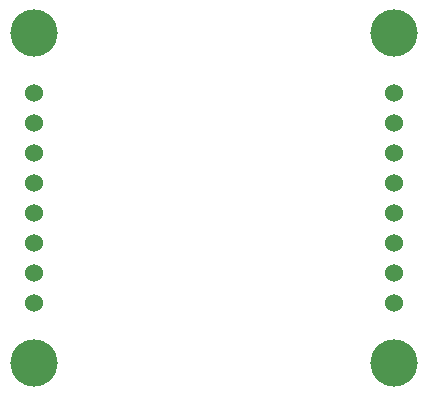
<source format=gbs>
%TF.GenerationSoftware,KiCad,Pcbnew,(5.1.9)-1*%
%TF.CreationDate,2021-12-11T15:05:51-08:00*%
%TF.ProjectId,VN-100Breakout,564e2d31-3030-4427-9265-616b6f75742e,rev?*%
%TF.SameCoordinates,Original*%
%TF.FileFunction,Soldermask,Bot*%
%TF.FilePolarity,Negative*%
%FSLAX46Y46*%
G04 Gerber Fmt 4.6, Leading zero omitted, Abs format (unit mm)*
G04 Created by KiCad (PCBNEW (5.1.9)-1) date 2021-12-11 15:05:51*
%MOMM*%
%LPD*%
G01*
G04 APERTURE LIST*
%ADD10C,4.000000*%
%ADD11C,1.524000*%
G04 APERTURE END LIST*
D10*
%TO.C,U1*%
X138430000Y-111760000D03*
X168910000Y-111760000D03*
X168910000Y-83820000D03*
X138430000Y-83820000D03*
D11*
X168910000Y-99060000D03*
X168910000Y-101600000D03*
X168910000Y-104140000D03*
X168910000Y-106680000D03*
X168910000Y-96520000D03*
X168910000Y-93980000D03*
X168910000Y-91440000D03*
X168910000Y-88900000D03*
X138430000Y-88900000D03*
X138430000Y-106680000D03*
X138430000Y-99060000D03*
X138430000Y-91440000D03*
X138430000Y-93980000D03*
X138430000Y-104140000D03*
X138430000Y-101600000D03*
X138430000Y-96520000D03*
%TD*%
M02*

</source>
